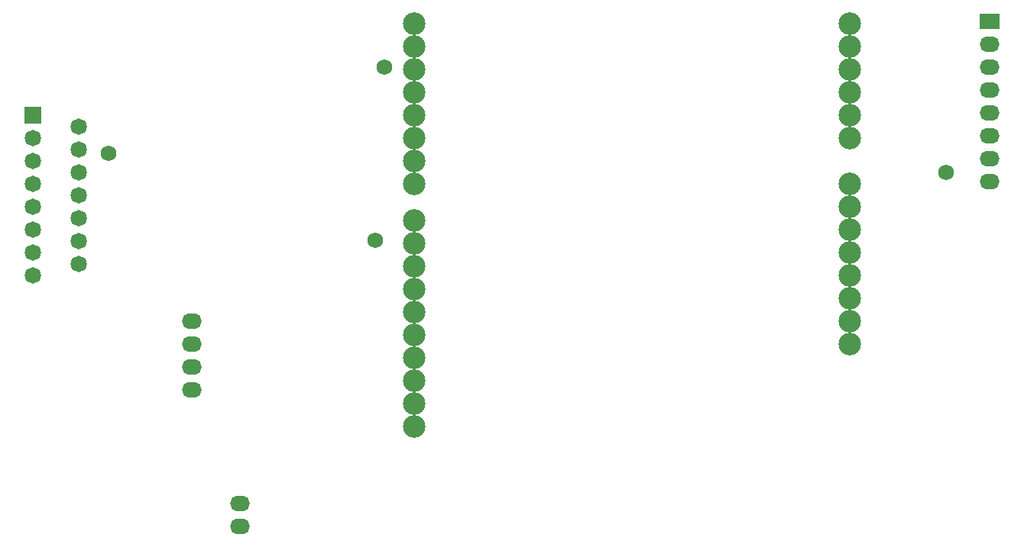
<source format=gts>
G04*
G04 #@! TF.GenerationSoftware,Altium Limited,Altium Designer,23.9.2 (47)*
G04*
G04 Layer_Color=8388736*
%FSLAX44Y44*%
%MOMM*%
G71*
G04*
G04 #@! TF.SameCoordinates,78F578D7-C6A0-49DB-A759-4A378E73C2F3*
G04*
G04*
G04 #@! TF.FilePolarity,Negative*
G04*
G01*
G75*
%ADD18C,1.7272*%
%ADD19O,2.2032X1.7272*%
%ADD20R,1.8232X1.8232*%
%ADD21C,1.8232*%
%ADD22C,2.5032*%
%ADD23O,2.2032X1.7032*%
%ADD24O,2.2032X1.7272*%
%ADD25R,2.2032X1.7272*%
D18*
X746760Y829310D02*
D03*
X450850Y925830D02*
D03*
X1379220Y904240D02*
D03*
X756920Y1021080D02*
D03*
D19*
X543560Y713740D02*
D03*
Y739140D02*
D03*
Y662940D02*
D03*
Y688340D02*
D03*
D20*
X367030Y967740D02*
D03*
D21*
X417830Y955040D02*
D03*
X367030Y942340D02*
D03*
X417830Y929640D02*
D03*
X367030Y916940D02*
D03*
X417830Y904240D02*
D03*
X367030Y891540D02*
D03*
X417830Y878840D02*
D03*
X367030Y866140D02*
D03*
X417830Y853440D02*
D03*
X367030Y840740D02*
D03*
X417830Y828040D02*
D03*
X367030Y815340D02*
D03*
X417830Y802640D02*
D03*
X367030Y789940D02*
D03*
D22*
X789940Y891540D02*
D03*
Y916940D02*
D03*
Y942340D02*
D03*
Y967740D02*
D03*
Y993140D02*
D03*
Y1018540D02*
D03*
Y1043940D02*
D03*
Y1069340D02*
D03*
Y622300D02*
D03*
Y647700D02*
D03*
Y673100D02*
D03*
Y698500D02*
D03*
Y723900D02*
D03*
Y749300D02*
D03*
Y774700D02*
D03*
Y800100D02*
D03*
Y825500D02*
D03*
Y850900D02*
D03*
X1272540Y1069340D02*
D03*
Y1043940D02*
D03*
Y1018540D02*
D03*
Y993140D02*
D03*
Y967740D02*
D03*
Y942340D02*
D03*
Y891540D02*
D03*
Y866140D02*
D03*
Y840740D02*
D03*
Y815340D02*
D03*
Y789940D02*
D03*
Y764540D02*
D03*
Y739140D02*
D03*
Y713740D02*
D03*
D23*
X596900Y511810D02*
D03*
Y537210D02*
D03*
D24*
X1427480Y894080D02*
D03*
Y919480D02*
D03*
Y1046480D02*
D03*
Y944880D02*
D03*
Y1021080D02*
D03*
Y970280D02*
D03*
Y995680D02*
D03*
D25*
Y1071880D02*
D03*
M02*

</source>
